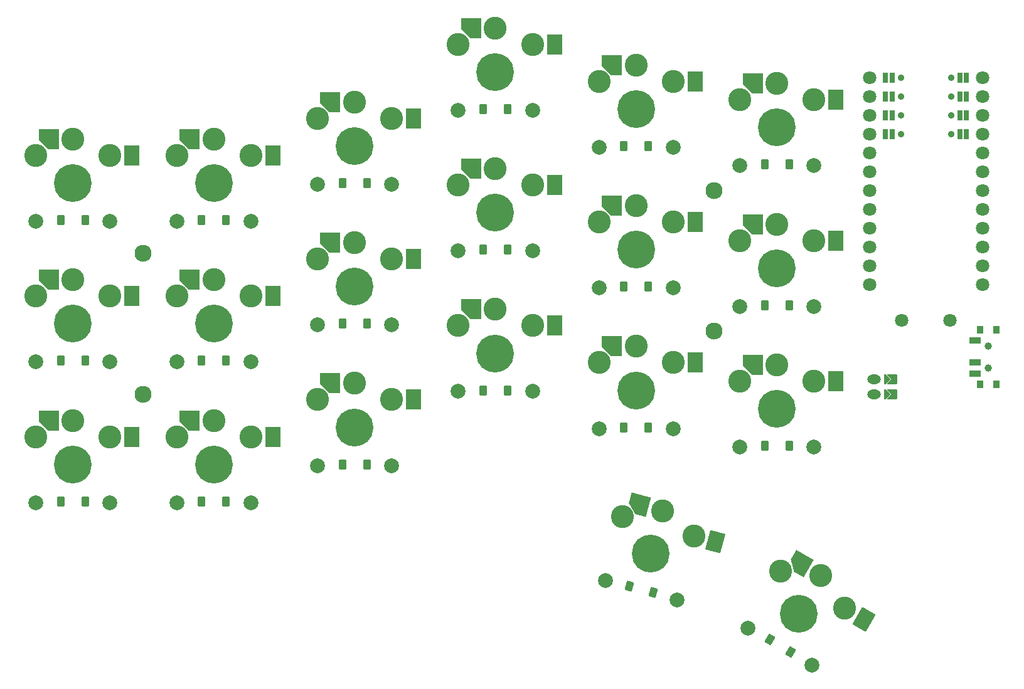
<source format=gbr>
%TF.GenerationSoftware,KiCad,Pcbnew,8.0.6*%
%TF.CreationDate,2024-12-04T22:19:36+00:00*%
%TF.ProjectId,prototype_routed,70726f74-6f74-4797-9065-5f726f757465,v1.0.0*%
%TF.SameCoordinates,Original*%
%TF.FileFunction,Soldermask,Bot*%
%TF.FilePolarity,Negative*%
%FSLAX46Y46*%
G04 Gerber Fmt 4.6, Leading zero omitted, Abs format (unit mm)*
G04 Created by KiCad (PCBNEW 8.0.6) date 2024-12-04 22:19:36*
%MOMM*%
%LPD*%
G01*
G04 APERTURE LIST*
G04 Aperture macros list*
%AMRoundRect*
0 Rectangle with rounded corners*
0 $1 Rounding radius*
0 $2 $3 $4 $5 $6 $7 $8 $9 X,Y pos of 4 corners*
0 Add a 4 corners polygon primitive as box body*
4,1,4,$2,$3,$4,$5,$6,$7,$8,$9,$2,$3,0*
0 Add four circle primitives for the rounded corners*
1,1,$1+$1,$2,$3*
1,1,$1+$1,$4,$5*
1,1,$1+$1,$6,$7*
1,1,$1+$1,$8,$9*
0 Add four rect primitives between the rounded corners*
20,1,$1+$1,$2,$3,$4,$5,0*
20,1,$1+$1,$4,$5,$6,$7,0*
20,1,$1+$1,$6,$7,$8,$9,0*
20,1,$1+$1,$8,$9,$2,$3,0*%
%AMFreePoly0*
4,1,16,0.635355,0.285355,0.650000,0.250000,0.650000,-1.000000,0.635355,-1.035355,0.600000,-1.050000,0.564645,-1.035355,0.000000,-0.470710,-0.564645,-1.035355,-0.600000,-1.050000,-0.635355,-1.035355,-0.650000,-1.000000,-0.650000,0.250000,-0.635355,0.285355,-0.600000,0.300000,0.600000,0.300000,0.635355,0.285355,0.635355,0.285355,$1*%
%AMFreePoly1*
4,1,14,0.035355,0.435355,0.635355,-0.164645,0.650000,-0.200000,0.650000,-0.400000,0.635355,-0.435355,0.600000,-0.450000,-0.600000,-0.450000,-0.635355,-0.435355,-0.650000,-0.400000,-0.650000,-0.200000,-0.635355,-0.164645,-0.035355,0.435355,0.000000,0.450000,0.035355,0.435355,0.035355,0.435355,$1*%
%AMFreePoly2*
4,1,14,1.335355,1.335355,1.350000,1.300000,1.350000,-1.300000,1.335355,-1.335355,1.300000,-1.350000,-0.117000,-1.350000,-0.152355,-1.335355,-1.335355,-0.152355,-1.350000,-0.117000,-1.350000,1.300000,-1.335355,1.335355,-1.300000,1.350000,1.300000,1.350000,1.335355,1.335355,1.335355,1.335355,$1*%
G04 Aperture macros list end*
%ADD10RoundRect,0.050000X0.450000X0.600000X-0.450000X0.600000X-0.450000X-0.600000X0.450000X-0.600000X0*%
%ADD11RoundRect,0.050000X-0.400000X0.500000X-0.400000X-0.500000X0.400000X-0.500000X0.400000X0.500000X0*%
%ADD12C,1.000000*%
%ADD13RoundRect,0.050000X-0.750000X0.350000X-0.750000X-0.350000X0.750000X-0.350000X0.750000X0.350000X0*%
%ADD14C,2.300000*%
%ADD15RoundRect,0.050000X0.589958X0.463087X-0.279375X0.696024X-0.589958X-0.463087X0.279375X-0.696024X0*%
%ADD16FreePoly0,270.000000*%
%ADD17O,1.850000X1.300000*%
%ADD18FreePoly1,270.000000*%
%ADD19RoundRect,0.050000X0.689711X0.294615X-0.089711X0.744615X-0.689711X-0.294615X0.089711X-0.744615X0*%
%ADD20C,1.800000*%
%ADD21RoundRect,0.050000X-0.300000X-0.600000X0.300000X-0.600000X0.300000X0.600000X-0.300000X0.600000X0*%
%ADD22C,0.900000*%
%ADD23C,3.100000*%
%ADD24C,2.000000*%
%ADD25C,5.100000*%
%ADD26FreePoly2,0.000000*%
%ADD27RoundRect,0.050000X-1.000000X-1.300000X1.000000X-1.300000X1.000000X1.300000X-1.000000X1.300000X0*%
%ADD28FreePoly2,330.000000*%
%ADD29RoundRect,0.050000X-1.516025X-0.625833X0.216025X-1.625833X1.516025X0.625833X-0.216025X1.625833X0*%
%ADD30FreePoly2,345.000000*%
%ADD31RoundRect,0.050000X-1.302391X-0.996885X0.629461X-1.514523X1.302391X0.996885X-0.629461X1.514523X0*%
G04 APERTURE END LIST*
D10*
%TO.C,D7*%
X188662500Y-160662501D03*
X185362500Y-160662499D03*
%TD*%
D11*
%TO.C,PWR1*%
X271427498Y-149812500D03*
X271427499Y-142512500D03*
D12*
X272537499Y-144662500D03*
X272537499Y-147662500D03*
D11*
X273637499Y-142512500D03*
X273637499Y-149812500D03*
D13*
X270777499Y-143912500D03*
X270777499Y-146912500D03*
X270777499Y-148412500D03*
%TD*%
D10*
%TO.C,D14*%
X226662500Y-136662500D03*
X223362500Y-136662498D03*
%TD*%
%TO.C,D11*%
X207662499Y-131662501D03*
X204362499Y-131662499D03*
%TD*%
D14*
%TO.C,MH3*%
X235512499Y-142662500D03*
%TD*%
D10*
%TO.C,D12*%
X207662501Y-112662501D03*
X204362501Y-112662499D03*
%TD*%
D15*
%TO.C,D19*%
X227312183Y-177919179D03*
X224124627Y-177065079D03*
%TD*%
D14*
%TO.C,MH4*%
X235512499Y-123662500D03*
%TD*%
D10*
%TO.C,D8*%
X188662500Y-141662501D03*
X185362500Y-141662499D03*
%TD*%
%TO.C,D9*%
X188662500Y-122662501D03*
X185362500Y-122662499D03*
%TD*%
%TO.C,D5*%
X169662501Y-146662501D03*
X166362501Y-146662499D03*
%TD*%
%TO.C,D16*%
X245662500Y-158162500D03*
X242362500Y-158162498D03*
%TD*%
D14*
%TO.C,MH2*%
X158512500Y-132162500D03*
%TD*%
%TO.C,MH1*%
X158512500Y-151162501D03*
%TD*%
D16*
%TO.C,JST1*%
X259928499Y-149162499D03*
X259928499Y-151162499D03*
D17*
X257112499Y-151162499D03*
X257112499Y-149162499D03*
D18*
X258912499Y-151162500D03*
X258912499Y-149162499D03*
%TD*%
D19*
%TO.C,D20*%
X245892108Y-185967238D03*
X243034224Y-184317240D03*
%TD*%
D10*
%TO.C,D18*%
X245662499Y-120162500D03*
X242362499Y-120162498D03*
%TD*%
%TO.C,D15*%
X226662500Y-117662500D03*
X223362500Y-117662498D03*
%TD*%
%TO.C,D6*%
X169662500Y-127662500D03*
X166362500Y-127662498D03*
%TD*%
%TO.C,D13*%
X226662499Y-155662501D03*
X223362499Y-155662499D03*
%TD*%
D20*
%TO.C,RST1*%
X267362500Y-141162500D03*
X260862500Y-141162500D03*
%TD*%
D10*
%TO.C,D1*%
X150662500Y-165662501D03*
X147362500Y-165662499D03*
%TD*%
%TO.C,D2*%
X150662500Y-146662502D03*
X147362500Y-146662500D03*
%TD*%
%TO.C,D4*%
X169662501Y-165662501D03*
X166362501Y-165662499D03*
%TD*%
%TO.C,D10*%
X207662499Y-150662501D03*
X204362499Y-150662499D03*
%TD*%
%TO.C,D17*%
X245662500Y-139162502D03*
X242362500Y-139162500D03*
%TD*%
%TO.C,D3*%
X150662500Y-127662501D03*
X147362500Y-127662499D03*
%TD*%
D20*
%TO.C,MCU1*%
X271732500Y-108462500D03*
X271732500Y-111002499D03*
X271732500Y-113542500D03*
X271732500Y-116082500D03*
X271732500Y-118622500D03*
X271732500Y-121162500D03*
X271732500Y-123702499D03*
X271732500Y-126242500D03*
X271732500Y-128782500D03*
X271732500Y-131322500D03*
X271732500Y-133862500D03*
X271732500Y-136402500D03*
X256492499Y-136402500D03*
X256492500Y-133862500D03*
X256492500Y-131322501D03*
X256492500Y-128782500D03*
X256492500Y-126242500D03*
X256492500Y-123702500D03*
X256492500Y-121162500D03*
X256492500Y-118622501D03*
X256492500Y-116082500D03*
D21*
X258632500Y-116082500D03*
X269592501Y-116082499D03*
D20*
X256492500Y-113542500D03*
D21*
X258632500Y-113542500D03*
X269592500Y-113542500D03*
D20*
X256492500Y-111002500D03*
D21*
X258632500Y-111002500D03*
X269592500Y-111002500D03*
D20*
X256492500Y-108462500D03*
D21*
X258632500Y-108462500D03*
X269592500Y-108462500D03*
X259532500Y-108462500D03*
D22*
X267512500Y-108462500D03*
D21*
X259532500Y-111002500D03*
D22*
X267512500Y-111002500D03*
D21*
X259532501Y-113542500D03*
D22*
X267512500Y-113542500D03*
D21*
X259532500Y-116082500D03*
D22*
X267512500Y-116082500D03*
X260712500Y-116082499D03*
D21*
X268692500Y-116082501D03*
D22*
X260712501Y-113542500D03*
D21*
X268692500Y-113542499D03*
D22*
X260712500Y-111002500D03*
D21*
X268692501Y-111002499D03*
D22*
X260712500Y-108462500D03*
D21*
X268692500Y-108462500D03*
%TD*%
D23*
%TO.C,S11*%
X201012500Y-122912500D03*
D24*
X201012500Y-131812501D03*
D23*
X206012500Y-120712501D03*
D25*
X206012500Y-126662501D03*
D23*
X211012500Y-122912501D03*
D24*
X211012500Y-131812501D03*
D26*
X202737500Y-120712501D03*
D27*
X213987500Y-122912500D03*
%TD*%
D23*
%TO.C,S16*%
X239012500Y-149412498D03*
D24*
X239012500Y-158312499D03*
D23*
X244012500Y-147212499D03*
D25*
X244012500Y-153162499D03*
D23*
X249012500Y-149412499D03*
D24*
X249012500Y-158312499D03*
D26*
X240737500Y-147212499D03*
D27*
X251987500Y-149412498D03*
%TD*%
D23*
%TO.C,S14*%
X220012499Y-127912498D03*
D24*
X220012499Y-136812499D03*
D23*
X225012499Y-125712499D03*
D25*
X225012499Y-131662499D03*
D23*
X230012499Y-127912499D03*
D24*
X230012499Y-136812499D03*
D26*
X221737499Y-125712499D03*
D27*
X232987499Y-127912498D03*
%TD*%
D23*
%TO.C,S13*%
X220012500Y-146912499D03*
D24*
X220012500Y-155812500D03*
D23*
X225012500Y-144712500D03*
D25*
X225012500Y-150662500D03*
D23*
X230012500Y-146912500D03*
D24*
X230012500Y-155812500D03*
D26*
X221737500Y-144712500D03*
D27*
X232987500Y-146912499D03*
%TD*%
D23*
%TO.C,S4*%
X163012500Y-156912499D03*
D24*
X163012500Y-165812500D03*
D23*
X168012500Y-154712500D03*
D25*
X168012500Y-160662500D03*
D23*
X173012500Y-156912500D03*
D24*
X173012500Y-165812500D03*
D26*
X164737500Y-154712500D03*
D27*
X175987500Y-156912499D03*
%TD*%
D23*
%TO.C,S9*%
X182012500Y-113912499D03*
D24*
X182012500Y-122812500D03*
D23*
X187012500Y-111712500D03*
D25*
X187012500Y-117662500D03*
D23*
X192012500Y-113912500D03*
D24*
X192012500Y-122812500D03*
D26*
X183737500Y-111712500D03*
D27*
X194987500Y-113912499D03*
%TD*%
D23*
%TO.C,S15*%
X220012500Y-108912498D03*
D24*
X220012500Y-117812499D03*
D23*
X225012500Y-106712499D03*
D25*
X225012500Y-112662499D03*
D23*
X230012500Y-108912499D03*
D24*
X230012500Y-117812499D03*
D26*
X221737500Y-106712499D03*
D27*
X232987500Y-108912498D03*
%TD*%
D23*
%TO.C,S18*%
X239012501Y-111412499D03*
D24*
X239012501Y-120312500D03*
D23*
X244012501Y-109212500D03*
D25*
X244012501Y-115162500D03*
D23*
X249012501Y-111412500D03*
D24*
X249012501Y-120312500D03*
D26*
X240737501Y-109212500D03*
D27*
X251987501Y-111412499D03*
%TD*%
D23*
%TO.C,S10*%
X201012500Y-141912499D03*
D24*
X201012500Y-150812500D03*
D23*
X206012500Y-139712500D03*
D25*
X206012500Y-145662500D03*
D23*
X211012500Y-141912500D03*
D24*
X211012500Y-150812500D03*
D26*
X202737500Y-139712500D03*
D27*
X213987500Y-141912499D03*
%TD*%
D23*
%TO.C,S20*%
X244508040Y-175064518D03*
D24*
X240058040Y-182772144D03*
D23*
X249938168Y-175659261D03*
D25*
X246963167Y-180812113D03*
D24*
X248718294Y-187772144D03*
D23*
X253168294Y-180064519D03*
D28*
X247101934Y-174021762D03*
D29*
X255744720Y-181552018D03*
%TD*%
D23*
%TO.C,S19*%
X223153443Y-167746183D03*
D24*
X220849954Y-176342923D03*
D23*
X228552474Y-166915241D03*
D25*
X227012501Y-172662500D03*
D23*
X232812702Y-170334373D03*
D24*
X230509212Y-178931113D03*
D30*
X225389067Y-166067609D03*
D31*
X235686331Y-171104360D03*
%TD*%
D23*
%TO.C,S6*%
X163012501Y-118912499D03*
D24*
X163012501Y-127812500D03*
D23*
X168012501Y-116712500D03*
D25*
X168012501Y-122662500D03*
D23*
X173012501Y-118912500D03*
D24*
X173012501Y-127812500D03*
D26*
X164737501Y-116712500D03*
D27*
X175987501Y-118912499D03*
%TD*%
D23*
%TO.C,S2*%
X144012499Y-137912500D03*
D24*
X144012499Y-146812501D03*
D23*
X149012499Y-135712501D03*
D25*
X149012499Y-141662501D03*
D23*
X154012499Y-137912501D03*
D24*
X154012499Y-146812501D03*
D26*
X145737499Y-135712501D03*
D27*
X156987499Y-137912500D03*
%TD*%
D23*
%TO.C,S1*%
X144012499Y-156912499D03*
D24*
X144012499Y-165812500D03*
D23*
X149012499Y-154712500D03*
D25*
X149012499Y-160662500D03*
D23*
X154012499Y-156912500D03*
D24*
X154012499Y-165812500D03*
D26*
X145737499Y-154712500D03*
D27*
X156987499Y-156912499D03*
%TD*%
D23*
%TO.C,S17*%
X239012500Y-130412499D03*
D24*
X239012500Y-139312500D03*
D23*
X244012500Y-128212500D03*
D25*
X244012500Y-134162500D03*
D23*
X249012500Y-130412500D03*
D24*
X249012500Y-139312500D03*
D26*
X240737500Y-128212500D03*
D27*
X251987500Y-130412499D03*
%TD*%
D23*
%TO.C,S8*%
X182012499Y-132912500D03*
D24*
X182012499Y-141812501D03*
D23*
X187012499Y-130712501D03*
D25*
X187012499Y-136662501D03*
D23*
X192012499Y-132912501D03*
D24*
X192012499Y-141812501D03*
D26*
X183737499Y-130712501D03*
D27*
X194987499Y-132912500D03*
%TD*%
D23*
%TO.C,S3*%
X144012500Y-118912500D03*
D24*
X144012500Y-127812501D03*
D23*
X149012500Y-116712501D03*
D25*
X149012500Y-122662501D03*
D23*
X154012500Y-118912501D03*
D24*
X154012500Y-127812501D03*
D26*
X145737500Y-116712501D03*
D27*
X156987500Y-118912500D03*
%TD*%
D23*
%TO.C,S12*%
X201012499Y-103912499D03*
D24*
X201012499Y-112812500D03*
D23*
X206012499Y-101712500D03*
D25*
X206012499Y-107662500D03*
D23*
X211012499Y-103912500D03*
D24*
X211012499Y-112812500D03*
D26*
X202737499Y-101712500D03*
D27*
X213987499Y-103912499D03*
%TD*%
D23*
%TO.C,S7*%
X182012501Y-151912498D03*
D24*
X182012501Y-160812499D03*
D23*
X187012501Y-149712499D03*
D25*
X187012501Y-155662499D03*
D23*
X192012501Y-151912499D03*
D24*
X192012501Y-160812499D03*
D26*
X183737501Y-149712499D03*
D27*
X194987501Y-151912498D03*
%TD*%
D23*
%TO.C,S5*%
X163012499Y-137912500D03*
D24*
X163012499Y-146812501D03*
D23*
X168012499Y-135712501D03*
D25*
X168012499Y-141662501D03*
D23*
X173012499Y-137912501D03*
D24*
X173012499Y-146812501D03*
D26*
X164737499Y-135712501D03*
D27*
X175987499Y-137912500D03*
%TD*%
M02*

</source>
